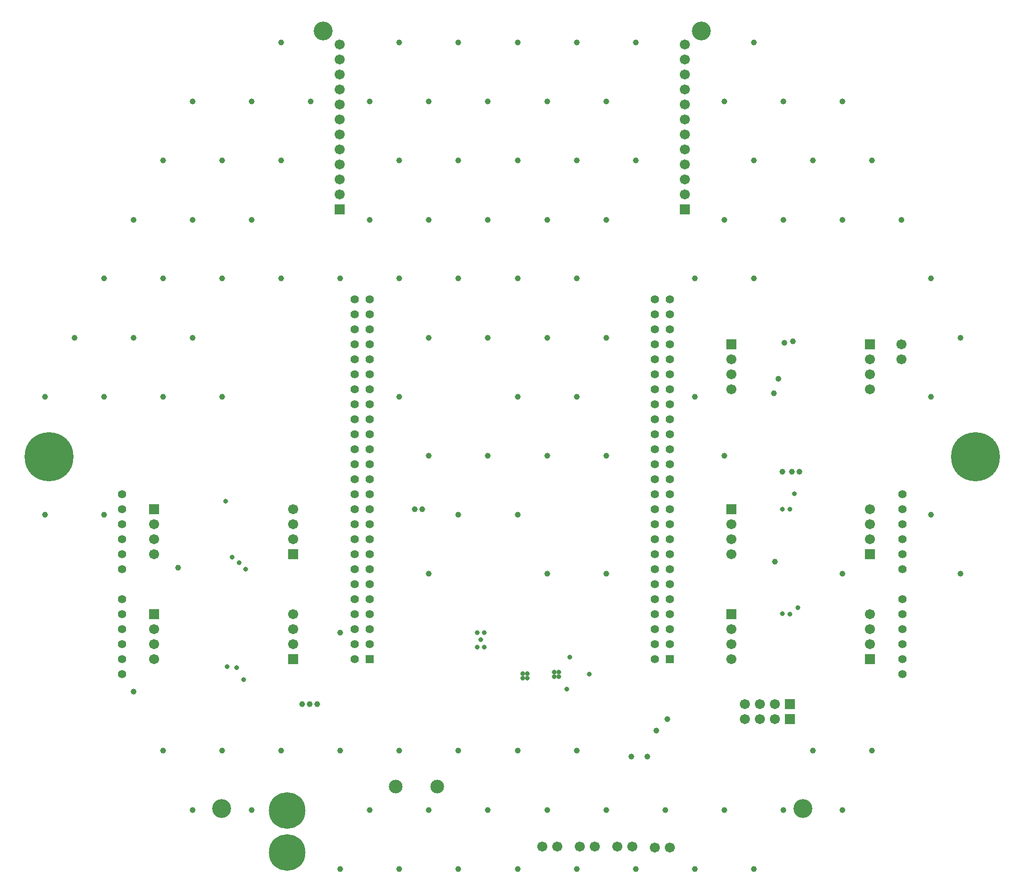
<source format=gbr>
G04 Layer_Color=16711935*
%FSLAX23Y23*%
%MOIN*%
%TF.FileFunction,Soldermask,Bot*%
%TF.Part,Single*%
G01*
G75*
%TA.AperFunction,ComponentPad*%
%ADD39C,0.091*%
%ADD40C,0.067*%
%ADD41R,0.067X0.067*%
%TA.AperFunction,ViaPad*%
%ADD42C,0.326*%
%ADD43C,0.126*%
%TA.AperFunction,ComponentPad*%
%ADD44C,0.055*%
%ADD45R,0.055X0.055*%
%ADD46C,0.244*%
%ADD47R,0.067X0.067*%
%TA.AperFunction,ViaPad*%
%ADD48C,0.039*%
%ADD49C,0.032*%
D39*
X-500Y-2200D02*
D03*
X-776D02*
D03*
D40*
X1150Y2750D02*
D03*
Y2650D02*
D03*
Y2550D02*
D03*
Y2450D02*
D03*
Y2350D02*
D03*
Y2250D02*
D03*
Y2150D02*
D03*
Y2050D02*
D03*
Y1950D02*
D03*
Y1850D02*
D03*
Y1750D02*
D03*
X-1150Y2750D02*
D03*
Y2650D02*
D03*
Y2550D02*
D03*
Y2450D02*
D03*
Y2350D02*
D03*
Y2250D02*
D03*
Y2150D02*
D03*
Y2050D02*
D03*
Y1950D02*
D03*
Y1850D02*
D03*
Y1750D02*
D03*
X2385Y-550D02*
D03*
Y-450D02*
D03*
Y-350D02*
D03*
Y-1250D02*
D03*
Y-1150D02*
D03*
Y-1050D02*
D03*
X1460Y-1150D02*
D03*
Y-1250D02*
D03*
Y-1350D02*
D03*
X-2385Y-450D02*
D03*
Y-550D02*
D03*
Y-650D02*
D03*
X-1460Y-550D02*
D03*
Y-450D02*
D03*
Y-350D02*
D03*
X-2385Y-1150D02*
D03*
Y-1250D02*
D03*
Y-1350D02*
D03*
X-1460Y-1250D02*
D03*
Y-1150D02*
D03*
Y-1050D02*
D03*
X1460Y-450D02*
D03*
Y-550D02*
D03*
Y-650D02*
D03*
X2385Y450D02*
D03*
Y550D02*
D03*
Y650D02*
D03*
X1460Y450D02*
D03*
Y550D02*
D03*
Y650D02*
D03*
X950Y-2605D02*
D03*
X1050D02*
D03*
X700Y-2600D02*
D03*
X800D02*
D03*
X550D02*
D03*
X450D02*
D03*
X300D02*
D03*
X200D02*
D03*
X2594Y750D02*
D03*
Y650D02*
D03*
X1550Y-1650D02*
D03*
X1650D02*
D03*
X1750D02*
D03*
Y-1750D02*
D03*
X1650D02*
D03*
X1550D02*
D03*
D41*
X1150Y1650D02*
D03*
X-1150D02*
D03*
X2385Y-650D02*
D03*
Y-1350D02*
D03*
X1460Y-1050D02*
D03*
X-2385Y-350D02*
D03*
X-1460Y-650D02*
D03*
X-2385Y-1050D02*
D03*
X-1460Y-1350D02*
D03*
X1460Y-350D02*
D03*
X2385Y750D02*
D03*
X1460D02*
D03*
D42*
X3087Y-0D02*
D03*
X-3087D02*
D03*
D43*
X-1937Y-2346D02*
D03*
X-1260Y2842D02*
D03*
X1260D02*
D03*
X1937Y-2346D02*
D03*
D44*
X-1050Y1050D02*
D03*
X-950D02*
D03*
X-1050Y950D02*
D03*
X-950D02*
D03*
X-1050Y850D02*
D03*
X-950D02*
D03*
X-1050Y750D02*
D03*
X-950D02*
D03*
X-1050Y650D02*
D03*
X-950D02*
D03*
X-1050Y550D02*
D03*
X-950D02*
D03*
X-1050Y450D02*
D03*
X-950D02*
D03*
X-1050Y350D02*
D03*
X-950D02*
D03*
X-1050Y250D02*
D03*
X-950D02*
D03*
X-1050Y150D02*
D03*
X-950D02*
D03*
X-1050Y50D02*
D03*
X-950D02*
D03*
X-1050Y-50D02*
D03*
X-950D02*
D03*
X-1050Y-150D02*
D03*
X-950D02*
D03*
X-1050Y-250D02*
D03*
X-950D02*
D03*
X-1050Y-350D02*
D03*
X-950D02*
D03*
X-1050Y-450D02*
D03*
X-950D02*
D03*
X-1050Y-550D02*
D03*
X-950D02*
D03*
X-1050Y-650D02*
D03*
X-950D02*
D03*
X-1050Y-750D02*
D03*
X-950D02*
D03*
X-1050Y-850D02*
D03*
X-950D02*
D03*
X-1050Y-950D02*
D03*
X-950D02*
D03*
X-1050Y-1050D02*
D03*
X-950D02*
D03*
X-1050Y-1150D02*
D03*
X-950D02*
D03*
X-1050Y-1250D02*
D03*
X-950D02*
D03*
X-1050Y-1350D02*
D03*
X950Y1050D02*
D03*
X1050D02*
D03*
X950Y950D02*
D03*
X1050D02*
D03*
X950Y850D02*
D03*
X1050D02*
D03*
X950Y750D02*
D03*
X1050D02*
D03*
X950Y650D02*
D03*
X1050D02*
D03*
X950Y550D02*
D03*
X1050D02*
D03*
X950Y450D02*
D03*
X1050D02*
D03*
X950Y350D02*
D03*
X1050D02*
D03*
X950Y250D02*
D03*
X1050D02*
D03*
X950Y150D02*
D03*
X1050D02*
D03*
X950Y50D02*
D03*
X1050D02*
D03*
X950Y-50D02*
D03*
X1050D02*
D03*
X950Y-150D02*
D03*
X1050D02*
D03*
X950Y-250D02*
D03*
X1050D02*
D03*
X950Y-350D02*
D03*
X1050D02*
D03*
X950Y-450D02*
D03*
X1050D02*
D03*
X950Y-550D02*
D03*
X1050D02*
D03*
X950Y-650D02*
D03*
X1050D02*
D03*
X950Y-750D02*
D03*
X1050D02*
D03*
X950Y-850D02*
D03*
X1050D02*
D03*
X950Y-950D02*
D03*
X1050D02*
D03*
X950Y-1050D02*
D03*
X1050D02*
D03*
X950Y-1150D02*
D03*
X1050D02*
D03*
X950Y-1250D02*
D03*
X1050D02*
D03*
X950Y-1350D02*
D03*
X2600Y-950D02*
D03*
Y-1050D02*
D03*
Y-1150D02*
D03*
Y-1250D02*
D03*
Y-1350D02*
D03*
Y-1450D02*
D03*
Y-250D02*
D03*
Y-350D02*
D03*
Y-450D02*
D03*
Y-550D02*
D03*
Y-650D02*
D03*
Y-750D02*
D03*
X-2600D02*
D03*
Y-650D02*
D03*
Y-550D02*
D03*
Y-450D02*
D03*
Y-350D02*
D03*
Y-250D02*
D03*
Y-1450D02*
D03*
Y-1350D02*
D03*
Y-1250D02*
D03*
Y-1150D02*
D03*
Y-1050D02*
D03*
Y-950D02*
D03*
D45*
X-950Y-1350D02*
D03*
X1050D02*
D03*
D46*
X-1500Y-2359D02*
D03*
Y-2641D02*
D03*
D47*
X1850Y-1650D02*
D03*
Y-1750D02*
D03*
D48*
X-600Y-350D02*
D03*
X-650D02*
D03*
X-1300Y-1650D02*
D03*
X-1350D02*
D03*
X-1400D02*
D03*
X2792Y1189D02*
D03*
X2989Y795D02*
D03*
X2792Y401D02*
D03*
Y-386D02*
D03*
X2989Y-780D02*
D03*
X2398Y1976D02*
D03*
X2595Y1582D02*
D03*
X2398Y-1961D02*
D03*
X2201Y2370D02*
D03*
X2004Y1976D02*
D03*
X2201Y1582D02*
D03*
Y-780D02*
D03*
X2004Y-1961D02*
D03*
X2201Y-2355D02*
D03*
X1611Y2764D02*
D03*
X1808Y2370D02*
D03*
X1611Y1976D02*
D03*
X1808Y1582D02*
D03*
X1611Y1189D02*
D03*
X1808Y-2355D02*
D03*
X1611Y-2748D02*
D03*
X1414Y2370D02*
D03*
Y1582D02*
D03*
X1217Y1189D02*
D03*
Y401D02*
D03*
X1414Y8D02*
D03*
Y-2355D02*
D03*
X1217Y-2748D02*
D03*
X823Y2764D02*
D03*
Y1976D02*
D03*
X1020Y-2355D02*
D03*
X823Y-2748D02*
D03*
X430Y2764D02*
D03*
X626Y2370D02*
D03*
X430Y1976D02*
D03*
X626Y1582D02*
D03*
X430Y1189D02*
D03*
X626Y795D02*
D03*
X430Y401D02*
D03*
X626Y8D02*
D03*
Y-780D02*
D03*
X430Y-1961D02*
D03*
X626Y-2355D02*
D03*
X430Y-2748D02*
D03*
X36Y2764D02*
D03*
X233Y2370D02*
D03*
X36Y1976D02*
D03*
X233Y1582D02*
D03*
X36Y1189D02*
D03*
X233Y795D02*
D03*
X36Y401D02*
D03*
X233Y8D02*
D03*
X36Y-386D02*
D03*
X233Y-780D02*
D03*
X36Y-1961D02*
D03*
X233Y-2355D02*
D03*
X36Y-2748D02*
D03*
X-358Y2764D02*
D03*
X-161Y2370D02*
D03*
X-358Y1976D02*
D03*
X-161Y1582D02*
D03*
X-358Y1189D02*
D03*
X-161Y795D02*
D03*
Y8D02*
D03*
X-358Y-386D02*
D03*
Y-1961D02*
D03*
X-161Y-2355D02*
D03*
X-358Y-2748D02*
D03*
X-752Y2764D02*
D03*
X-555Y2370D02*
D03*
X-752Y1976D02*
D03*
X-555Y1582D02*
D03*
X-752Y1189D02*
D03*
X-555Y795D02*
D03*
X-752Y401D02*
D03*
X-555Y8D02*
D03*
Y-780D02*
D03*
X-752Y-1961D02*
D03*
X-555Y-2355D02*
D03*
X-752Y-2748D02*
D03*
X-948Y2370D02*
D03*
Y1582D02*
D03*
X-1145Y1189D02*
D03*
Y-1174D02*
D03*
Y-1961D02*
D03*
X-948Y-2355D02*
D03*
X-1145Y-2748D02*
D03*
X-1539Y2764D02*
D03*
X-1342Y2370D02*
D03*
X-1539Y1976D02*
D03*
Y1189D02*
D03*
Y-1961D02*
D03*
X-1736Y2370D02*
D03*
X-1933Y1976D02*
D03*
X-1736Y1582D02*
D03*
X-1933Y1189D02*
D03*
Y401D02*
D03*
Y-1961D02*
D03*
X-1736Y-2355D02*
D03*
X-2129Y2370D02*
D03*
X-2326Y1976D02*
D03*
X-2129Y1582D02*
D03*
X-2326Y1189D02*
D03*
X-2129Y795D02*
D03*
X-2326Y401D02*
D03*
Y-1961D02*
D03*
X-2129Y-2355D02*
D03*
X-2523Y1582D02*
D03*
X-2720Y1189D02*
D03*
X-2523Y795D02*
D03*
X-2720Y401D02*
D03*
Y-386D02*
D03*
X-2523Y-1567D02*
D03*
X-2917Y795D02*
D03*
X-3114Y401D02*
D03*
Y-386D02*
D03*
X1745Y425D02*
D03*
X1750Y-700D02*
D03*
X1915Y-100D02*
D03*
X1865D02*
D03*
X1775Y520D02*
D03*
X1870Y770D02*
D03*
X1815Y760D02*
D03*
X1800Y-100D02*
D03*
X900Y-2000D02*
D03*
X795D02*
D03*
X1035Y-1750D02*
D03*
X960Y-1825D02*
D03*
X-2225Y-740D02*
D03*
D49*
X1880Y-245D02*
D03*
X-1775Y-750D02*
D03*
X1905Y-1005D02*
D03*
X-185Y-1174D02*
D03*
Y-1268D02*
D03*
X-232Y-1174D02*
D03*
X-208Y-1221D02*
D03*
X-232Y-1268D02*
D03*
X1800Y-1045D02*
D03*
X1850Y-1050D02*
D03*
Y-350D02*
D03*
X1800D02*
D03*
X365Y-1550D02*
D03*
X515Y-1450D02*
D03*
X-1900Y-1400D02*
D03*
X-1835Y-1405D02*
D03*
X385Y-1335D02*
D03*
X310Y-1435D02*
D03*
X280D02*
D03*
Y-1465D02*
D03*
X310D02*
D03*
X100Y-1475D02*
D03*
Y-1445D02*
D03*
X70D02*
D03*
Y-1475D02*
D03*
X-1910Y-295D02*
D03*
X-1865Y-670D02*
D03*
X-1790Y-1485D02*
D03*
X-1820Y-705D02*
D03*
%TF.MD5,3fb374ca4fad4e24dcdc71318f675891*%
M02*

</source>
